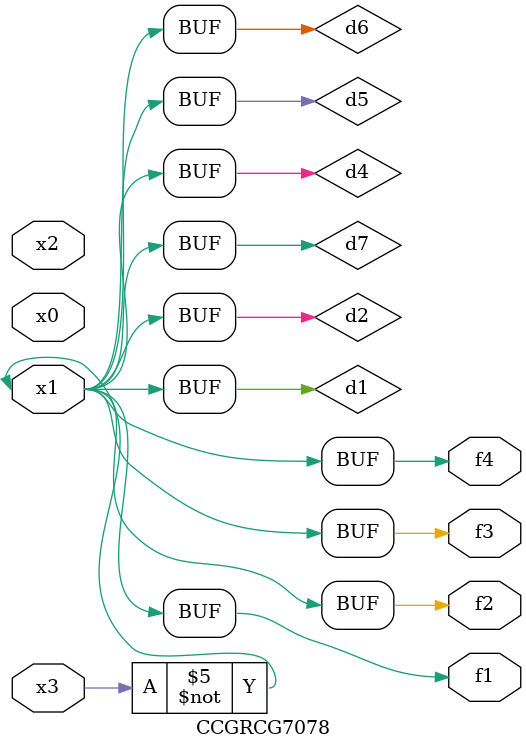
<source format=v>
module CCGRCG7078(
	input x0, x1, x2, x3,
	output f1, f2, f3, f4
);

	wire d1, d2, d3, d4, d5, d6, d7;

	not (d1, x3);
	buf (d2, x1);
	xnor (d3, d1, d2);
	nor (d4, d1);
	buf (d5, d1, d2);
	buf (d6, d4, d5);
	nand (d7, d4);
	assign f1 = d6;
	assign f2 = d7;
	assign f3 = d6;
	assign f4 = d6;
endmodule

</source>
